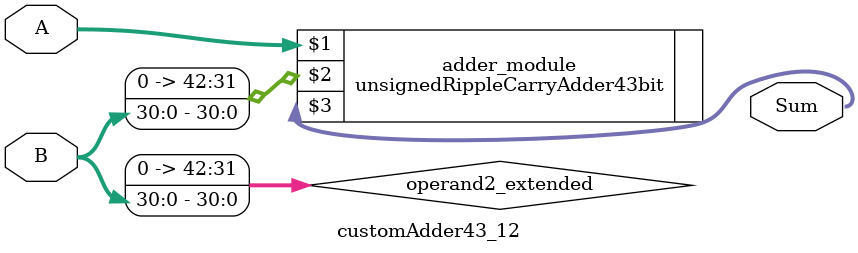
<source format=v>
module customAdder43_12(
                        input [42 : 0] A,
                        input [30 : 0] B,
                        
                        output [43 : 0] Sum
                );

        wire [42 : 0] operand2_extended;
        
        assign operand2_extended =  {12'b0, B};
        
        unsignedRippleCarryAdder43bit adder_module(
            A,
            operand2_extended,
            Sum
        );
        
        endmodule
        
</source>
